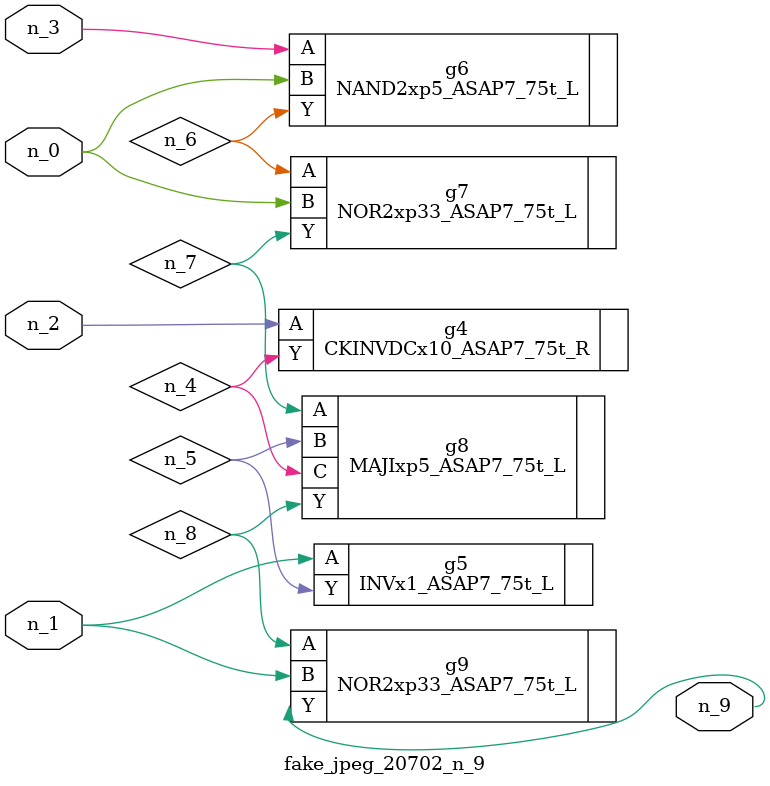
<source format=v>
module fake_jpeg_20702_n_9 (n_0, n_3, n_2, n_1, n_9);

input n_0;
input n_3;
input n_2;
input n_1;

output n_9;

wire n_4;
wire n_8;
wire n_6;
wire n_5;
wire n_7;

CKINVDCx10_ASAP7_75t_R g4 ( 
.A(n_2),
.Y(n_4)
);

INVx1_ASAP7_75t_L g5 ( 
.A(n_1),
.Y(n_5)
);

NAND2xp5_ASAP7_75t_L g6 ( 
.A(n_3),
.B(n_0),
.Y(n_6)
);

NOR2xp33_ASAP7_75t_L g7 ( 
.A(n_6),
.B(n_0),
.Y(n_7)
);

MAJIxp5_ASAP7_75t_L g8 ( 
.A(n_7),
.B(n_5),
.C(n_4),
.Y(n_8)
);

NOR2xp33_ASAP7_75t_L g9 ( 
.A(n_8),
.B(n_1),
.Y(n_9)
);


endmodule
</source>
